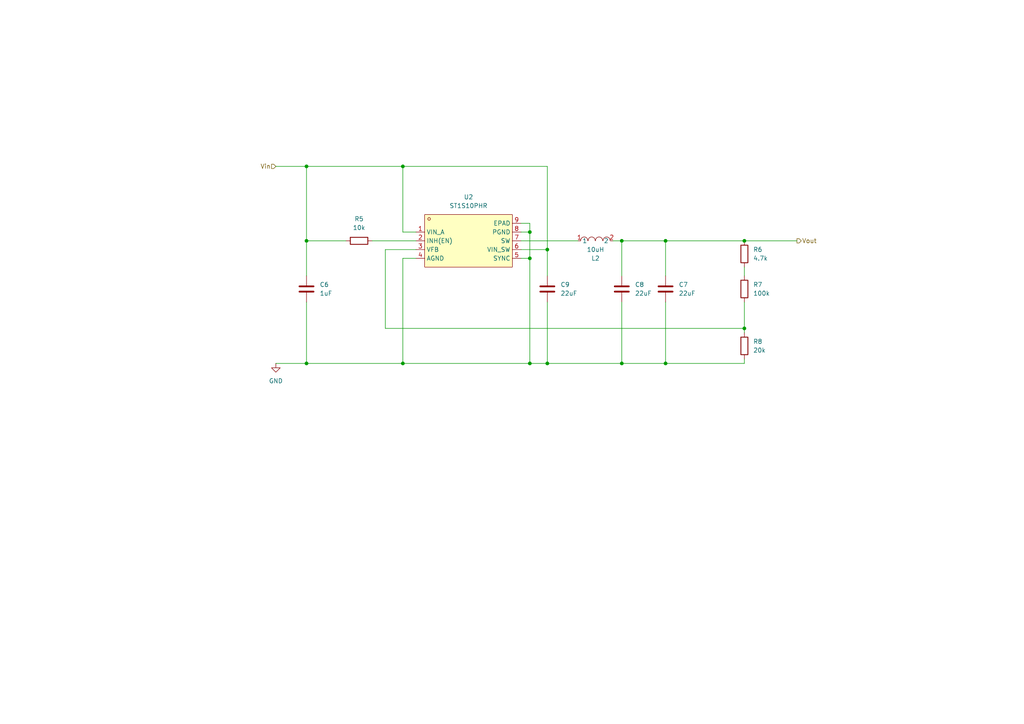
<source format=kicad_sch>
(kicad_sch (version 20250114) (generator "eeschema") (generator_version "9.0")
  (paper "A4")
  (lib_symbols
    (symbol "Device:C" (pin_numbers (hide yes)) (pin_names (offset 0.254))
      (property "Reference" "C" (at 0.635 2.54 0))
      (property "Value" "C" (at 0.635 -2.54 0))
      (symbol "C_0_1"
        (polyline (pts (xy -2.032 0.762) (xy 2.032 0.762)) (stroke (width 0.508)))
        (polyline (pts (xy -2.032 -0.762) (xy 2.032 -0.762)) (stroke (width 0.508)))
      )
      (symbol "C_1_1"
        (pin passive line (at 0 3.81 270) (length 2.794) (name "~") (number "1"))
        (pin passive line (at 0 -3.81 90) (length 2.794) (name "~") (number "2"))
      )
    )
    (symbol "Device:R" (pin_numbers (hide yes)) (pin_names (offset 0))
      (property "Reference" "R" (at 2.032 0 90))
      (property "Value" "R" (at 0 0 90))
      (symbol "R_0_1"
        (rectangle (start -1.016 -2.54) (end 1.016 2.54) (stroke (width 0.254)))
      )
      (symbol "R_1_1"
        (pin passive line (at 0 3.81 270) (length 1.27) (name "~") (number "1"))
        (pin passive line (at 0 -3.81 90) (length 1.27) (name "~") (number "2"))
      )
    )
    (symbol "ICs:ST1S10PHR"
      (property "Reference" "U" (at 0 10.16 0))
      (property "Value" "ST1S10PHR" (at 0 -10.16 0))
      (symbol "ST1S10PHR_0_1"
        (rectangle (start -12.7 7.62) (end 12.7 -7.62) (fill (type background)))
        (circle (center -11.43 6.35) (radius 0.38))
        (pin unspecified line (at -15.24 2.54 0) (length 2.54) (name "VIN_A") (number "1"))
        (pin unspecified line (at -15.24 0 0) (length 2.54) (name "INH(EN)") (number "2"))
        (pin unspecified line (at -15.24 -2.54 0) (length 2.54) (name "VFB") (number "3"))
        (pin unspecified line (at -15.24 -5.08 0) (length 2.54) (name "AGND") (number "4"))
        (pin unspecified line (at 15.24 5.08 180) (length 2.54) (name "EPAD") (number "9"))
        (pin unspecified line (at 15.24 2.54 180) (length 2.54) (name "PGND") (number "8"))
        (pin unspecified line (at 15.24 0 180) (length 2.54) (name "SW") (number "7"))
        (pin unspecified line (at 15.24 -2.54 180) (length 2.54) (name "VIN_SW") (number "6"))
        (pin unspecified line (at 15.24 -5.08 180) (length 2.54) (name "SYNC") (number "5"))
      )
    )
    (symbol "Passive:FNR4030S100MT"
      (property "Reference" "L" (at 0 5.08 0))
      (property "Value" "FNR4030S100MT" (at 0 -5.08 0))
      (symbol "FNR4030S100MT_0_1"
        (arc (start -2.27 -0.02) (mid -3.28 -1.1255) (end -4.29 -0.02))
        (arc (start -0.11 -0.02) (mid -1.12 -1.1204) (end -2.13 -0.02))
        (arc (start 2.04 -0.02) (mid 1.03 -1.1204) (end 0.02 -0.02))
        (arc (start 4.23 -0.02) (mid 3.22 -1.1204) (end 2.21 -0.02))
        (pin unspecified line (at -5.08 0 0) (length 0.762) (name "1") (number "1"))
        (pin unspecified line (at 5.08 0 180) (length 0.762) (name "2") (number "2"))
      )
    )
    (symbol "power:GND" (power) (pin_numbers (hide yes)) (pin_names (offset 0) (hide yes))
      (property "Value" "GND" (at 0 -3.81 0))
      (symbol "GND_0_1"
        (polyline (pts (xy 0 0) (xy 0 -1.27) (xy 1.27 -1.27) (xy 0 -2.54) (xy -1.27 -1.27) (xy 0 -1.27)))
      )
      (symbol "GND_1_1"
        (pin power_in line (at 0 0 270) (length 0) (name "~") (number "1"))
      )
    )
  )
  (junction (at 193.04 69.85))
  (junction (at 116.84 48.26))
  (junction (at 88.9 69.85))
  (junction (at 153.67 105.41))
  (junction (at 215.9 69.85))
  (junction (at 193.04 105.41))
  (junction (at 158.75 105.41))
  (junction (at 88.9 105.41))
  (junction (at 180.34 105.41))
  (junction (at 153.67 67.31))
  (junction (at 116.84 105.41))
  (junction (at 215.9 95.25))
  (junction (at 153.67 74.93))
  (junction (at 88.9 48.26))
  (junction (at 158.75 72.39))
  (junction (at 180.34 69.85))
  (wire (pts (xy 158.75 87.63) (xy 158.75 105.41)))
  (wire (pts (xy 153.67 74.93) (xy 153.67 105.41)))
  (wire (pts (xy 88.9 69.85) (xy 88.9 80.01)))
  (wire (pts (xy 153.67 74.93) (xy 151.13 74.93)))
  (wire (pts (xy 158.75 105.41) (xy 180.34 105.41)))
  (wire (pts (xy 107.95 69.85) (xy 120.65 69.85)))
  (wire (pts (xy 80.01 105.41) (xy 88.9 105.41)))
  (wire (pts (xy 153.67 67.31) (xy 153.67 74.93)))
  (wire (pts (xy 151.13 67.31) (xy 153.67 67.31)))
  (wire (pts (xy 158.75 72.39) (xy 158.75 48.26)))
  (wire (pts (xy 116.84 48.26) (xy 116.84 67.31)))
  (wire (pts (xy 215.9 95.25) (xy 215.9 87.63)))
  (wire (pts (xy 120.65 74.93) (xy 116.84 74.93)))
  (wire (pts (xy 151.13 64.77) (xy 153.67 64.77)))
  (wire (pts (xy 151.13 69.85) (xy 167.64 69.85)))
  (wire (pts (xy 111.76 72.39) (xy 120.65 72.39)))
  (wire (pts (xy 80.01 48.26) (xy 88.9 48.26)))
  (wire (pts (xy 116.84 67.31) (xy 120.65 67.31)))
  (wire (pts (xy 116.84 48.26) (xy 88.9 48.26)))
  (wire (pts (xy 100.33 69.85) (xy 88.9 69.85)))
  (wire (pts (xy 88.9 105.41) (xy 116.84 105.41)))
  (wire (pts (xy 158.75 72.39) (xy 151.13 72.39)))
  (wire (pts (xy 180.34 69.85) (xy 180.34 80.01)))
  (wire (pts (xy 88.9 48.26) (xy 88.9 69.85)))
  (wire (pts (xy 158.75 48.26) (xy 116.84 48.26)))
  (wire (pts (xy 180.34 105.41) (xy 193.04 105.41)))
  (wire (pts (xy 215.9 69.85) (xy 231.14 69.85)))
  (wire (pts (xy 193.04 69.85) (xy 193.04 80.01)))
  (wire (pts (xy 88.9 87.63) (xy 88.9 105.41)))
  (wire (pts (xy 158.75 80.01) (xy 158.75 72.39)))
  (wire (pts (xy 193.04 69.85) (xy 215.9 69.85)))
  (wire (pts (xy 215.9 96.52) (xy 215.9 95.25)))
  (wire (pts (xy 193.04 87.63) (xy 193.04 105.41)))
  (wire (pts (xy 193.04 105.41) (xy 215.9 105.41)))
  (wire (pts (xy 180.34 87.63) (xy 180.34 105.41)))
  (wire (pts (xy 215.9 80.01) (xy 215.9 77.47)))
  (wire (pts (xy 116.84 105.41) (xy 153.67 105.41)))
  (wire (pts (xy 215.9 95.25) (xy 111.76 95.25)))
  (wire (pts (xy 193.04 69.85) (xy 180.34 69.85)))
  (wire (pts (xy 111.76 95.25) (xy 111.76 72.39)))
  (wire (pts (xy 153.67 64.77) (xy 153.67 67.31)))
  (wire (pts (xy 116.84 74.93) (xy 116.84 105.41)))
  (wire (pts (xy 215.9 105.41) (xy 215.9 104.14)))
  (wire (pts (xy 153.67 105.41) (xy 158.75 105.41)))
  (wire (pts (xy 180.34 69.85) (xy 177.8 69.85)))
  (hierarchical_label "Vin" (shape input) (at 80.01 48.26 180))
  (hierarchical_label "Vout" (shape output) (at 231.14 69.85 0))
  (symbol (lib_id "Device:R") (at 215.9 100.33 180) (unit 1)
    (property "Reference" "R8" (at 218.44 99.0599 0) (effects (justify right)))
    (property "Value" "20k" (at 218.44 101.5999 0) (effects (justify right)))
    (property "Description" "Resistor" (effects (hide yes)))
  )
  (symbol (lib_id "power:GND") (at 80.01 105.41 0) (unit 1)
    (property "Reference" "#PWR03" (effects (hide yes)))
    (property "Value" "GND" (at 80.01 110.49 0))
    (property "Description" "Power symbol creates a global label with name \"GND\" , ground" (effects (hide yes)))
  )
  (symbol (lib_id "Device:R") (at 104.14 69.85 270) (unit 1)
    (property "Reference" "R5" (at 104.14 63.5 90))
    (property "Value" "10k" (at 104.14 66.04 90))
    (property "Description" "Resistor" (effects (hide yes)))
  )
  (symbol (lib_id "Device:C") (at 193.04 83.82 0) (unit 1)
    (property "Reference" "C7" (at 196.85 82.5499 0) (effects (justify left)))
    (property "Value" "22uF" (at 196.85 85.0899 0) (effects (justify left)))
    (property "Description" "Unpolarized capacitor" (effects (hide yes)))
  )
  (symbol (lib_id "Device:C") (at 88.9 83.82 0) (unit 1)
    (property "Reference" "C6" (at 92.71 82.5499 0) (effects (justify left)))
    (property "Value" "1uF" (at 92.71 85.0899 0) (effects (justify left)))
    (property "Description" "Unpolarized capacitor" (effects (hide yes)))
  )
  (symbol (lib_id "Device:C") (at 158.75 83.82 0) (unit 1)
    (property "Reference" "C9" (at 162.56 82.5499 0) (effects (justify left)))
    (property "Value" "22uF" (at 162.56 85.0899 0) (effects (justify left)))
    (property "Description" "Unpolarized capacitor" (effects (hide yes)))
  )
  (symbol (lib_id "Device:R") (at 215.9 83.82 180) (unit 1)
    (property "Reference" "R7" (at 218.44 82.5499 0) (effects (justify right)))
    (property "Value" "100k" (at 218.44 85.0899 0) (effects (justify right)))
    (property "Description" "Resistor" (effects (hide yes)))
  )
  (symbol (lib_id "Device:C") (at 180.34 83.82 0) (unit 1)
    (property "Reference" "C8" (at 184.15 82.5499 0) (effects (justify left)))
    (property "Value" "22uF" (at 184.15 85.0899 0) (effects (justify left)))
    (property "Description" "Unpolarized capacitor" (effects (hide yes)))
  )
  (symbol (lib_id "Device:R") (at 215.9 73.66 180) (unit 1)
    (property "Reference" "R6" (at 218.44 72.3899 0) (effects (justify right)))
    (property "Value" "4.7k" (at 218.44 74.9299 0) (effects (justify right)))
    (property "Description" "Resistor" (effects (hide yes)))
  )
  (symbol (lib_id "Passive:FNR4030S100MT") (at 172.72 69.85 0) (mirror x) (unit 1)
    (property "Reference" "L2" (at 172.72 74.93 0))
    (property "Value" "10uH" (at 172.72 72.39 0))
    (property "Footprint" "Passive:IND-SMD_L4.0-W4.0_FNR40XXS" (effects (hide yes)))
    (property "Datasheet" "https://lcsc.com/product-detail/Power-Inductors_10uH-20_C167879.html" (effects (hide yes)))
    (property "LCSC Part" "C167879" (effects (hide yes)))
    (property "Partnumber" "FNR4030S100MT" (effects (hide yes)))
  )
  (symbol (lib_id "ICs:ST1S10PHR") (at 135.89 69.85 0) (unit 1)
    (property "Reference" "U2" (at 135.89 57.15 0))
    (property "Value" "ST1S10PHR" (at 135.89 59.69 0))
    (property "Footprint" "ICs:SOIC-8_L4.9-W3.9-P1.27-LS6.0-BL-EP" (effects (hide yes)))
    (property "Datasheet" "https://lcsc.com/product-detail/DC-DC-Converters_STMicroelectronics_ST1S10PHR_ST1S10PHR_C11175.html" (effects (hide yes)))
    (property "LCSC Part" "C11175" (effects (hide yes)))
  )
)
</source>
